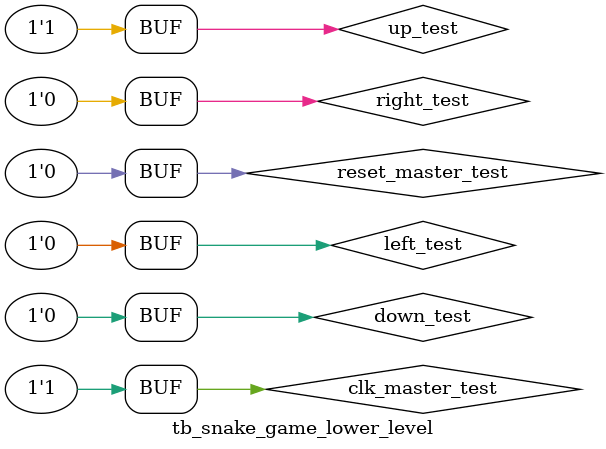
<source format=v>
module tb_snake_game_lower_level();

reg left_test,right_test,up_test,down_test,clk_master_test,reset_master_test;

snake_game_lower_level port_map(

.left(left_test),
.right(right_test),
.up(up_test),
.down(down_test),
.clk_master(clk_master_test),
.reset_master(reset_master_test)
);

initial begin
clk_master_test = 0;
left_test = 0;
right_test = 0;
up_test = 0;
down_test = 0;
reset_master_test = 0;
#5;
reset_master_test = 1;
#5;
reset_master_test = 0;
#5;

left_test = 0;
right_test = 1;
up_test = 0;
down_test = 0;
#5;
clk_master_test = 1;
#5;
clk_master_test = 0;
#5;
clk_master_test = 1;
#5;
clk_master_test = 0;
#5;
clk_master_test = 1;
#5;
left_test = 0;
right_test = 0;
up_test = 1;
down_test = 0;
#5;
clk_master_test = 0;
#5;
clk_master_test = 1;
#5;
clk_master_test = 0;
#5;
clk_master_test = 1;
#5;
clk_master_test = 0;
#5;
clk_master_test = 1;
#5;
clk_master_test = 0;
#5;
clk_master_test = 1;
#5;
clk_master_test = 0;
#5;
clk_master_test = 1;
#5;
clk_master_test = 0;
#5;
clk_master_test = 1;
#5;
clk_master_test = 0;
#5;
clk_master_test = 1;
#5;
clk_master_test = 0;
#5;
clk_master_test = 1;
#5;
clk_master_test = 0;
#5;
clk_master_test = 1;
#5;
clk_master_test = 0;
#5;
clk_master_test = 1;
#5;
clk_master_test = 0;
#5;
clk_master_test = 1;
#5;
clk_master_test = 0;
#5;
left_test = 0;
right_test = 1;
up_test = 0;
down_test = 0;
#5;
clk_master_test = 0;
#5;
clk_master_test = 1;
#5;
clk_master_test = 0;
#5;
clk_master_test = 1;
#5;
clk_master_test = 0;
#5;
clk_master_test = 1;
#5;
clk_master_test = 0;
#5;
clk_master_test = 1;
#5;
clk_master_test = 0;
#5;
clk_master_test = 1;
#5;
clk_master_test = 0;
#5;
clk_master_test = 1;
#5;
clk_master_test = 0;
#5;
clk_master_test = 1;
#5;
clk_master_test = 0;
#5;
clk_master_test = 0;
#5;
clk_master_test = 1;
#5;
clk_master_test = 0;
#5;
clk_master_test = 1;
#5;
clk_master_test = 0;
#5;
clk_master_test = 1;
#5;
clk_master_test = 0;
#5;
clk_master_test = 1;
#5;
clk_master_test = 0;
#5;
clk_master_test = 1;
#5;
clk_master_test = 0;
#5;
clk_master_test = 1;
#5;
clk_master_test = 0;
#5;
clk_master_test = 1;
#5;
clk_master_test = 0;
#5;
clk_master_test = 1;
#5;
clk_master_test = 0;
#5;
clk_master_test = 1;
#5;
clk_master_test = 0;
#5;
left_test = 0;
right_test = 0;
up_test = 0;
down_test = 1;
clk_master_test = 0;
#5;
clk_master_test = 1;
#5;
clk_master_test = 0;
#5;
clk_master_test = 1;
#5;
clk_master_test = 0;
#5;
clk_master_test = 1;
#5;
clk_master_test = 0;
#5;
clk_master_test = 1;
#5;
clk_master_test = 0;
#5;
clk_master_test = 1;
#5;
clk_master_test = 0;
#5;
clk_master_test = 1;
#5;
clk_master_test = 0;
#5;
clk_master_test = 1;
#5;
clk_master_test = 0;
#5;
clk_master_test = 0;
#5;
clk_master_test = 1;
#5;
clk_master_test = 0;
#5;
clk_master_test = 1;
#5;
clk_master_test = 0;
#5;
clk_master_test = 1;
#5;
clk_master_test = 0;
#5;
clk_master_test = 1;
#5;
clk_master_test = 0;
#5;
clk_master_test = 1;
#5;
clk_master_test = 0;
#5;
left_test = 1;
right_test = 0;
up_test = 0;
down_test = 0;
#5;
clk_master_test = 1;
#5;
clk_master_test = 0;
#5;
clk_master_test = 1;
#5;
clk_master_test = 0;
#5;
clk_master_test = 1;
#5;
clk_master_test = 0;
#5;
clk_master_test = 1;
#5;
clk_master_test = 0;
#5;
clk_master_test = 1;
#5;
clk_master_test = 0;
#5;
clk_master_test = 1;
#5;
clk_master_test = 0;
#5;
clk_master_test = 1;
#5;
clk_master_test = 0;
#5;
clk_master_test = 1;
#5;
clk_master_test = 0;
#5;
clk_master_test = 1;
#5;
clk_master_test = 0;
#5;
clk_master_test = 1;
#5;
clk_master_test = 0;
#5;
clk_master_test = 1;
#5;
clk_master_test = 0;
#5;
clk_master_test = 1;
#5;
clk_master_test = 0;
#5;
clk_master_test = 1;
#5;
clk_master_test = 0;
#5;
clk_master_test = 1;
#5;
clk_master_test = 0;
#5;
clk_master_test = 1;
#5;
clk_master_test = 0;
#5;
clk_master_test = 1;
#5;
clk_master_test = 0;
#5;
clk_master_test = 1;
#5;
clk_master_test = 0;
#5;
clk_master_test = 1;
#5;
clk_master_test = 0;
#5;
clk_master_test = 1;
#5;
clk_master_test = 0;
#5;
clk_master_test = 1;
#5;
clk_master_test = 0;
#5;
clk_master_test = 1;
#5;
clk_master_test = 0;
#5;
clk_master_test = 1;
#5;
clk_master_test = 0;
#5;
clk_master_test = 1;
#5;
clk_master_test = 0;
#5;
clk_master_test = 1;
#5;
clk_master_test = 0;
#5;
clk_master_test = 1;
#5;
clk_master_test = 0;
#5;
clk_master_test = 1;
#5;
clk_master_test = 0;
#5;
clk_master_test = 1;
#5;
clk_master_test = 0;
#5;
clk_master_test = 1;
#5;
clk_master_test = 0;
#5;
clk_master_test = 1;
#5;
clk_master_test = 0;
#5;
clk_master_test = 1;
#5;
clk_master_test = 0;
#5;
clk_master_test = 1;
#5;
clk_master_test = 0;
#5;
clk_master_test = 1;
#5;
clk_master_test = 0;
#5;
clk_master_test = 1;
#5;
clk_master_test = 0;
#5;
clk_master_test = 1;
#5;
clk_master_test = 0;
#5;
clk_master_test = 1;
#5;
clk_master_test = 0;
#5;
clk_master_test = 1;
#5;
clk_master_test = 0;
#5;
clk_master_test = 1;
#5;
clk_master_test = 0;
#5;
clk_master_test = 1;
#5;
clk_master_test = 0;
#5;
clk_master_test = 1;
#5;
clk_master_test = 0;
#5;
clk_master_test = 1;
#5;
clk_master_test = 0;
#5;
clk_master_test = 1;
#5;
clk_master_test = 0;
#5;
clk_master_test = 1;
#5;
clk_master_test = 0;
#5;
clk_master_test = 1;
#5;
clk_master_test = 0;
#5;
clk_master_test = 1;
#5;
clk_master_test = 0;
#5;
clk_master_test = 1;
#5;
clk_master_test = 0;
#5;
clk_master_test = 1;
#5;
clk_master_test = 0;
#5;
clk_master_test = 1;
#5;
clk_master_test = 0;
#5;
clk_master_test = 1;
#5;
clk_master_test = 0;
#5;

clk_master_test = 0;
#5;
clk_master_test = 1;
#5;
clk_master_test = 0;
#5;
clk_master_test = 1;
#5;
clk_master_test = 0;
#5;
clk_master_test = 1;
#5;
clk_master_test = 0;
#5;
clk_master_test = 1;
#5;
clk_master_test = 0;
#5;
clk_master_test = 1;
#5;
left_test = 0;
right_test = 0;
up_test = 0;
down_test = 1;
clk_master_test = 0;
#5;
clk_master_test = 1;
#5;
clk_master_test = 0;
#5;
clk_master_test = 1;
#5;
clk_master_test = 0;
#5;
clk_master_test = 1;
#5;
clk_master_test = 0;
#5;
clk_master_test = 1;
#5;
clk_master_test = 0;
#5;
clk_master_test = 1;
#5;
clk_master_test = 0;
#5;
clk_master_test = 1;
#5;
clk_master_test = 0;
#5;
clk_master_test = 1;
#5;
clk_master_test = 0;
#5;
clk_master_test = 1;
#5;
clk_master_test = 0;
#5;
clk_master_test = 1;
#5;
clk_master_test = 0;
#5;
clk_master_test = 1;
#5;
clk_master_test = 0;
#5;
clk_master_test = 1;
#5;
clk_master_test = 0;
#5;
clk_master_test = 1;
#5;
clk_master_test = 0;
#5;
clk_master_test = 1;
#5;
clk_master_test = 0;
#5;
clk_master_test = 1;
#5;
clk_master_test = 0;
#5;
clk_master_test = 1;
#5;
clk_master_test = 0;
#5;
clk_master_test = 1;
#5;
clk_master_test = 0;
#5;
clk_master_test = 1;
#5;
clk_master_test = 0;
#5;
clk_master_test = 1;
#5;
clk_master_test = 0;
#5;
clk_master_test = 1;
#5;
clk_master_test = 0;
#5;
clk_master_test = 0;
#5;
clk_master_test = 1;
#5;
clk_master_test = 0;
#5;
clk_master_test = 1;
#5;
clk_master_test = 0;
#5;
clk_master_test = 1;
#5;
clk_master_test = 0;
#5;
clk_master_test = 1;
#5;
clk_master_test = 0;
#5;
clk_master_test = 1;
#5;
clk_master_test = 0;
#5;
clk_master_test = 1;
#5;
clk_master_test = 0;
#5;
clk_master_test = 1;
#5;
clk_master_test = 0;
left_test = 0;
right_test = 1;
up_test = 0;
down_test = 0;
#5;
clk_master_test = 1;
#5;
clk_master_test = 0;
#5;
clk_master_test = 1;
#5;
clk_master_test = 0;
#5;
clk_master_test = 1;
#5;
clk_master_test = 0;
#5;
clk_master_test = 1;
#5;
clk_master_test = 0;
#5;
clk_master_test = 1;
#5;
clk_master_test = 0;
#5;
clk_master_test = 1;
#5;
clk_master_test = 0;
#5;
clk_master_test = 1;
#5;
clk_master_test = 0;
#5;
clk_master_test = 1;
#5;
clk_master_test = 0;
#5;
clk_master_test = 1;
#5;
clk_master_test = 0;
#5;
clk_master_test = 1;
#5;
clk_master_test = 0;
#5;
clk_master_test = 1;
#5;
clk_master_test = 0;
#5;
clk_master_test = 1;
#5;
clk_master_test = 0;
#5;
clk_master_test = 1;
#5;
clk_master_test = 0;
#5;
clk_master_test = 1;
#5;
clk_master_test = 0;
#5;
clk_master_test = 1;
#5;
clk_master_test = 0;
#5;
clk_master_test = 1;
#5;
clk_master_test = 0;
#5;
clk_master_test = 1;
#5;
clk_master_test = 0;
#5;
clk_master_test = 1;
#5;
clk_master_test = 0;
#5;
left_test = 0;
right_test = 0;
up_test = 1;
down_test = 0;
#5;
clk_master_test = 0;
#5;
clk_master_test = 1;
#5;
clk_master_test = 0;
#5;
clk_master_test = 1;
#5;
clk_master_test = 0;
#5;
clk_master_test = 1;
#5;
clk_master_test = 0;
#5;
clk_master_test = 1;
#5;
clk_master_test = 0;
#5;
clk_master_test = 1;
#5;
clk_master_test = 0;
#5;
clk_master_test = 1;
#5;
clk_master_test = 0;
#5;
clk_master_test = 1;
#5;
clk_master_test = 0;
#5;
clk_master_test = 1;
#5;
clk_master_test = 0;
#5;
clk_master_test = 1;
#5;
clk_master_test = 0;
#5;
clk_master_test = 1;
#5;
clk_master_test = 0;
#5;
clk_master_test = 1;
#5;
clk_master_test = 0;
#5;
clk_master_test = 1;
#5;
clk_master_test = 0;
#5;
clk_master_test = 1;
#5;
clk_master_test = 0;
#5;
clk_master_test = 1;
#5;
clk_master_test = 0;
#5;
clk_master_test = 1;
#5;
clk_master_test = 0;
#5;
clk_master_test = 1;
#5;
clk_master_test = 0;
#5;
clk_master_test = 1;
#5;
clk_master_test = 0;
#5;
clk_master_test = 1;
#5;
clk_master_test = 0;
#5;
clk_master_test = 1;
#5;
clk_master_test = 0;
#5;
clk_master_test = 1;
#5;
clk_master_test = 0;
#5;
clk_master_test = 1;
#5;
clk_master_test = 0;
#5;
clk_master_test = 1;
#5;
clk_master_test = 0;
#5;
clk_master_test = 1;
#5;
clk_master_test = 0;
#5;
clk_master_test = 1;
#5;
clk_master_test = 0;
#5;
clk_master_test = 1;
#5;
clk_master_test = 0;
#5;
clk_master_test = 1;
#5;
clk_master_test = 0;
#5;
clk_master_test = 1;
#5;
clk_master_test = 0;
#5;
clk_master_test = 1;
#5;
clk_master_test = 0;
#5;
clk_master_test = 1;
#5;
clk_master_test = 0;
#5;
clk_master_test = 1;
#5;
clk_master_test = 0;
#5;
clk_master_test = 1;
#5;
clk_master_test = 0;
#5;
clk_master_test = 1;
#5;
clk_master_test = 0;
#5;
clk_master_test = 1;
#5;
clk_master_test = 0;
#5;
clk_master_test = 1;
#5;
clk_master_test = 0;
#5;
clk_master_test = 1;
#5;
clk_master_test = 0;
#5;
clk_master_test = 1;
#5;
clk_master_test = 0;
#5;
clk_master_test = 1;
#5;
clk_master_test = 0;
#5;
clk_master_test = 1;
#5;
clk_master_test = 0;
#5;
clk_master_test = 1;
#5;
clk_master_test = 0;
#5;
clk_master_test = 1;
#5;
clk_master_test = 0;
#5;
clk_master_test = 1;
#5;
clk_master_test = 0;
#5;
clk_master_test = 1;
#5;
clk_master_test = 0;
#5;
clk_master_test = 1;
#5;
clk_master_test = 0;
#5;
clk_master_test = 1;
#5;
clk_master_test = 0;
#5;
clk_master_test = 1;
#5;
left_test = 0;
right_test = 1;
up_test = 0;
down_test = 0;
#5;
clk_master_test = 0;
#5;
clk_master_test = 1;
#5;
clk_master_test = 0;
#5;
clk_master_test = 1;
#5;
clk_master_test = 0;
#5;
clk_master_test = 1;
#5;
clk_master_test = 0;
#5;
clk_master_test = 1;
#5;
clk_master_test = 0;
#5;
clk_master_test = 1;
#5;
clk_master_test = 0;
#5;
clk_master_test = 1;
#5;
#5;
clk_master_test = 0;
#5;
clk_master_test = 1;
#5;
clk_master_test = 0;
#5;
clk_master_test = 1;
#5;
clk_master_test = 0;
#5;
clk_master_test = 1;
#5;
clk_master_test = 0;
#5;
clk_master_test = 1;
#5;
clk_master_test = 0;
#5;
clk_master_test = 1;
#5;
clk_master_test = 0;
#5;
clk_master_test = 1;
#5;
clk_master_test = 0;
#5;
clk_master_test = 1;
#5;
clk_master_test = 0;
#5;
clk_master_test = 1;
#5;
clk_master_test = 0;
#5;
clk_master_test = 1;
#5;
clk_master_test = 0;
#5;
clk_master_test = 1;
#5;
clk_master_test = 0;
#5;
clk_master_test = 1;
#5;
clk_master_test = 0;
#5;
clk_master_test = 1;
#5;
clk_master_test = 0;
#5;
clk_master_test = 1;
#5;
clk_master_test = 0;
#5;
clk_master_test = 1;
#5;
clk_master_test = 0;
#5;
clk_master_test = 1;
#5;
clk_master_test = 0;
#5;
clk_master_test = 1;
#5;
clk_master_test = 0;
#5;
clk_master_test = 1;
#5;
clk_master_test = 0;
#5;
clk_master_test = 1;
#5;
clk_master_test = 0;
#5;
clk_master_test = 1;
#5;
clk_master_test = 0;
#5;
clk_master_test = 1;
#5;
clk_master_test = 0;
#5;
clk_master_test = 1;
#5;
clk_master_test = 0;
#5;
clk_master_test = 1;
#5;
clk_master_test = 0;
#5;
clk_master_test = 1;
#5;
left_test = 0;
right_test = 0;
up_test = 0;
down_test = 1;
#5;
clk_master_test = 0;
#5;
clk_master_test = 1;
#5;
clk_master_test = 0;
#5;
clk_master_test = 1;
#5;
clk_master_test = 0;
#5;
clk_master_test = 1;
#5;
clk_master_test = 0;
#5;
clk_master_test = 1;
#5;
clk_master_test = 0;
#5;
clk_master_test = 1;
#5;
clk_master_test = 0;
#5;
clk_master_test = 1;
#5;
clk_master_test = 0;
#5;
clk_master_test = 1;
#5;
left_test = 1;
right_test = 0;
up_test = 0;
down_test = 0;
clk_master_test = 0;
#5;
clk_master_test = 1;
#5;
clk_master_test = 0;
#5;
clk_master_test = 1;
#5;
clk_master_test = 0;
#5;
clk_master_test = 1;
#5;
clk_master_test = 0;
#5;
clk_master_test = 1;
#5;
clk_master_test = 0;
#5;
clk_master_test = 1;
#5;
clk_master_test = 0;
#5;
clk_master_test = 1;
#5;
clk_master_test = 0;
#5;
clk_master_test = 1;
#5;
clk_master_test = 0;
#5;
clk_master_test = 1;
#5;
left_test = 0;
right_test = 0;
up_test = 1;
down_test = 0;
clk_master_test = 0;
#5;
clk_master_test = 1;
#5;
clk_master_test = 0;
#5;
clk_master_test = 1;
#5;
clk_master_test = 0;
#5;
clk_master_test = 1;
#5;
clk_master_test = 0;
#5;
clk_master_test = 1;
#5;
clk_master_test = 0;
#5;
clk_master_test = 1;
#5;
clk_master_test = 0;
#5;
clk_master_test = 1;
#5;
clk_master_test = 0;
#5;
clk_master_test = 1;
#5;
clk_master_test = 0;
#5;
clk_master_test = 1;
#5;
clk_master_test = 0;
#5;
clk_master_test = 1;
#5;
clk_master_test = 0;
#5;
clk_master_test = 1;
#5;
clk_master_test = 0;
#5;
clk_master_test = 1;
#5;
clk_master_test = 0;
#5;
clk_master_test = 1;
#5;
clk_master_test = 0;
#5;
clk_master_test = 1;
#5;
clk_master_test = 0;
#5;
clk_master_test = 1;
#5;
clk_master_test = 0;
#5;
clk_master_test = 1;
#5;
clk_master_test = 0;
#5;
clk_master_test = 1;
#5;
clk_master_test = 0;
#5;
clk_master_test = 1;
#5;
clk_master_test = 0;
#5;
clk_master_test = 1;
#5;
clk_master_test = 0;
#5;
clk_master_test = 1;
#5;
clk_master_test = 0;
#5;
clk_master_test = 1;
#5;
clk_master_test = 0;
#5;
clk_master_test = 1;
#5;
clk_master_test = 0;
#5;
clk_master_test = 1;
#5;
clk_master_test = 0;
#5;
clk_master_test = 1;
#5;
clk_master_test = 0;
#5;
clk_master_test = 1;
#5;
clk_master_test = 0;
#5;
clk_master_test = 1;
#5;
clk_master_test = 0;
#5;
clk_master_test = 1;
#5;
clk_master_test = 0;
#5;
clk_master_test = 1;
#5;
clk_master_test = 0;
#5;
clk_master_test = 1;
#5;
clk_master_test = 0;
#5;
clk_master_test = 1;
#5;
clk_master_test = 0;
#5;
clk_master_test = 1;
#5;
clk_master_test = 0;
#5;
clk_master_test = 1;
#5;
clk_master_test = 0;
#5;
clk_master_test = 1;
#5;
clk_master_test = 0;
#5;
clk_master_test = 1;
#5;
clk_master_test = 0;
#5;
clk_master_test = 1;
#5;
clk_master_test = 0;
#5;
clk_master_test = 1;
#5;
clk_master_test = 0;
#5;
clk_master_test = 1;
#5;
clk_master_test = 0;
#5;
clk_master_test = 1;
#5;
clk_master_test = 0;
#5;
clk_master_test = 1;
#5;
clk_master_test = 0;
#5;
clk_master_test = 1;
#5;
clk_master_test = 0;
#5;
clk_master_test = 1;
#5;
clk_master_test = 0;
#5;
clk_master_test = 1;
#5;
clk_master_test = 0;
#5;
clk_master_test = 1;
#5;
clk_master_test = 0;
#5;
clk_master_test = 1;
#5;
clk_master_test = 0;
#5;
clk_master_test = 1;
#5;
clk_master_test = 0;
#5;
clk_master_test = 1;
#5;
end
endmodule
</source>
